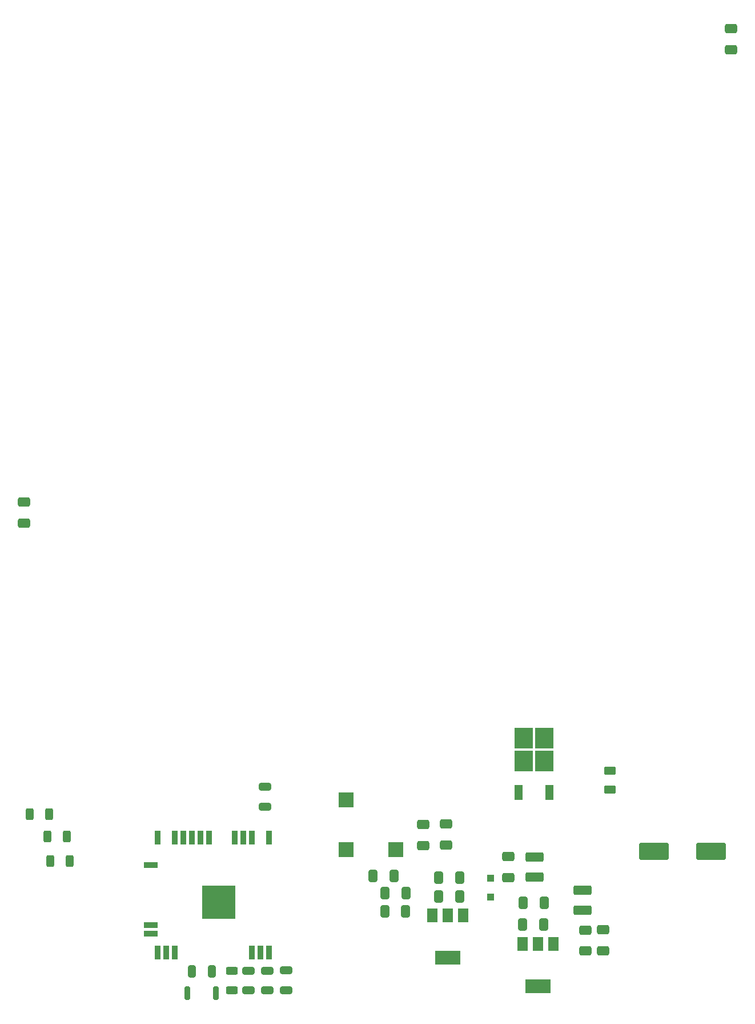
<source format=gbr>
%TF.GenerationSoftware,KiCad,Pcbnew,(6.0.0)*%
%TF.CreationDate,2022-06-08T16:09:46+02:00*%
%TF.ProjectId,HotPlate,486f7450-6c61-4746-952e-6b696361645f,1.0*%
%TF.SameCoordinates,Original*%
%TF.FileFunction,Paste,Bot*%
%TF.FilePolarity,Positive*%
%FSLAX46Y46*%
G04 Gerber Fmt 4.6, Leading zero omitted, Abs format (unit mm)*
G04 Created by KiCad (PCBNEW (6.0.0)) date 2022-06-08 16:09:46*
%MOMM*%
%LPD*%
G01*
G04 APERTURE LIST*
G04 Aperture macros list*
%AMRoundRect*
0 Rectangle with rounded corners*
0 $1 Rounding radius*
0 $2 $3 $4 $5 $6 $7 $8 $9 X,Y pos of 4 corners*
0 Add a 4 corners polygon primitive as box body*
4,1,4,$2,$3,$4,$5,$6,$7,$8,$9,$2,$3,0*
0 Add four circle primitives for the rounded corners*
1,1,$1+$1,$2,$3*
1,1,$1+$1,$4,$5*
1,1,$1+$1,$6,$7*
1,1,$1+$1,$8,$9*
0 Add four rect primitives between the rounded corners*
20,1,$1+$1,$2,$3,$4,$5,0*
20,1,$1+$1,$4,$5,$6,$7,0*
20,1,$1+$1,$6,$7,$8,$9,0*
20,1,$1+$1,$8,$9,$2,$3,0*%
G04 Aperture macros list end*
%ADD10RoundRect,0.250000X0.312500X0.625000X-0.312500X0.625000X-0.312500X-0.625000X0.312500X-0.625000X0*%
%ADD11RoundRect,0.250000X-0.412500X-0.650000X0.412500X-0.650000X0.412500X0.650000X-0.412500X0.650000X0*%
%ADD12RoundRect,0.250000X0.325000X0.650000X-0.325000X0.650000X-0.325000X-0.650000X0.325000X-0.650000X0*%
%ADD13R,2.750000X3.050000*%
%ADD14R,1.200000X2.200000*%
%ADD15RoundRect,0.250000X0.412500X0.650000X-0.412500X0.650000X-0.412500X-0.650000X0.412500X-0.650000X0*%
%ADD16RoundRect,0.200000X-0.200000X-0.800000X0.200000X-0.800000X0.200000X0.800000X-0.200000X0.800000X0*%
%ADD17RoundRect,0.250001X-1.074999X0.462499X-1.074999X-0.462499X1.074999X-0.462499X1.074999X0.462499X0*%
%ADD18RoundRect,0.250000X0.650000X-0.325000X0.650000X0.325000X-0.650000X0.325000X-0.650000X-0.325000X0*%
%ADD19R,1.500000X2.000000*%
%ADD20R,3.800000X2.000000*%
%ADD21RoundRect,0.250000X0.650000X-0.412500X0.650000X0.412500X-0.650000X0.412500X-0.650000X-0.412500X0*%
%ADD22RoundRect,0.250000X-0.650000X0.325000X-0.650000X-0.325000X0.650000X-0.325000X0.650000X0.325000X0*%
%ADD23R,1.100000X1.100000*%
%ADD24R,0.900000X2.000000*%
%ADD25R,2.000000X0.900000*%
%ADD26R,5.000000X5.000000*%
%ADD27RoundRect,0.250000X-0.650000X0.412500X-0.650000X-0.412500X0.650000X-0.412500X0.650000X0.412500X0*%
%ADD28RoundRect,0.250000X-1.950000X-1.000000X1.950000X-1.000000X1.950000X1.000000X-1.950000X1.000000X0*%
%ADD29RoundRect,0.250000X0.625000X-0.375000X0.625000X0.375000X-0.625000X0.375000X-0.625000X-0.375000X0*%
%ADD30RoundRect,0.250000X0.625000X-0.312500X0.625000X0.312500X-0.625000X0.312500X-0.625000X-0.312500X0*%
%ADD31R,2.195000X2.195000*%
G04 APERTURE END LIST*
D10*
%TO.C,LEDR1*%
X8575000Y-141470000D03*
X5650000Y-141470000D03*
%TD*%
D11*
%TO.C,LC1*%
X66337148Y-153642500D03*
X69462148Y-153642500D03*
%TD*%
D12*
%TO.C,ESP_RST_C1*%
X32659648Y-164780000D03*
X29709648Y-164780000D03*
%TD*%
D13*
%TO.C,UMW30N6*%
X81955000Y-133595000D03*
X78905000Y-130245000D03*
X81955000Y-130245000D03*
X78905000Y-133595000D03*
D14*
X82710000Y-138220000D03*
X78150000Y-138220000D03*
%TD*%
D11*
%TO.C,LC3*%
X66307148Y-150892500D03*
X69432148Y-150892500D03*
%TD*%
D15*
%TO.C,LC2*%
X61422500Y-155860000D03*
X58297500Y-155860000D03*
%TD*%
D16*
%TO.C,RST1*%
X29054648Y-167930000D03*
X33254648Y-167930000D03*
%TD*%
D17*
%TO.C,SMAJ18A1*%
X80500000Y-147785000D03*
X80500000Y-150760000D03*
%TD*%
%TO.C,D1*%
X87660000Y-152732500D03*
X87660000Y-155707500D03*
%TD*%
D18*
%TO.C,ESP_EN_C1*%
X38064648Y-167585000D03*
X38064648Y-164635000D03*
%TD*%
D19*
%TO.C,ZLDO1117-3.3*%
X65330000Y-156440000D03*
X67630000Y-156440000D03*
D20*
X67630000Y-162740000D03*
D19*
X69930000Y-156440000D03*
%TD*%
D21*
%TO.C,PR1*%
X67405000Y-146035000D03*
X67405000Y-142910000D03*
%TD*%
%TO.C,TC1*%
X4840000Y-98402500D03*
X4840000Y-95277500D03*
%TD*%
D22*
%TO.C,ESPC2*%
X40874648Y-164635000D03*
X40874648Y-167585000D03*
%TD*%
D10*
%TO.C,LEDR3*%
X11615000Y-148400000D03*
X8690000Y-148400000D03*
%TD*%
D22*
%TO.C,ESPC1*%
X43694648Y-164565000D03*
X43694648Y-167515000D03*
%TD*%
D23*
%TO.C,PD50*%
X73990000Y-153710000D03*
X73990000Y-150910000D03*
%TD*%
D19*
%TO.C,ZLDO1117-5.0*%
X78725352Y-160680000D03*
X81025352Y-160680000D03*
D20*
X81025352Y-166980000D03*
D19*
X83325352Y-160680000D03*
%TD*%
D24*
%TO.C,ESP32-WROOM32*%
X41175000Y-161970000D03*
X39905000Y-161970000D03*
X38635000Y-161970000D03*
X27205000Y-161970000D03*
X25935000Y-161970000D03*
X24665000Y-161970000D03*
D25*
X23665000Y-159185000D03*
X23665000Y-157915000D03*
X23665000Y-149025000D03*
D24*
X24665000Y-144970000D03*
X27205000Y-144970000D03*
X28475000Y-144970000D03*
X29745000Y-144970000D03*
X31015000Y-144970000D03*
X32285000Y-144970000D03*
X36095000Y-144970000D03*
X37365000Y-144970000D03*
X38635000Y-144970000D03*
X41175000Y-144970000D03*
D26*
X33675000Y-154470000D03*
%TD*%
D11*
%TO.C,LC7*%
X78797500Y-154610000D03*
X81922500Y-154610000D03*
%TD*%
%TO.C,LC5*%
X78782852Y-157830000D03*
X81907852Y-157830000D03*
%TD*%
D21*
%TO.C,PC2*%
X76624648Y-150852500D03*
X76624648Y-147727500D03*
%TD*%
D10*
%TO.C,LEDR2*%
X11205000Y-144780000D03*
X8280000Y-144780000D03*
%TD*%
D21*
%TO.C,PR2*%
X63995000Y-146115000D03*
X63995000Y-142990000D03*
%TD*%
D27*
%TO.C,TC2*%
X109670000Y-25137500D03*
X109670000Y-28262500D03*
%TD*%
D15*
%TO.C,LC4*%
X61492500Y-153120000D03*
X58367500Y-153120000D03*
%TD*%
D28*
%TO.C,PC1*%
X98247500Y-146970000D03*
X106647500Y-146970000D03*
%TD*%
D11*
%TO.C,HR1*%
X56587500Y-150650000D03*
X59712500Y-150650000D03*
%TD*%
D27*
%TO.C,LC6*%
X88030000Y-158617500D03*
X88030000Y-161742500D03*
%TD*%
D29*
%TO.C,5A1*%
X91710000Y-137870000D03*
X91710000Y-135070000D03*
%TD*%
D30*
%TO.C,ENR1*%
X35614648Y-167572500D03*
X35614648Y-164647500D03*
%TD*%
D31*
%TO.C,BUZZER1*%
X59974648Y-146750000D03*
X52574648Y-146750000D03*
X52574648Y-139350000D03*
%TD*%
D22*
%TO.C,ESPC4*%
X40534648Y-137445000D03*
X40534648Y-140395000D03*
%TD*%
D27*
%TO.C,LC8*%
X90680000Y-158597500D03*
X90680000Y-161722500D03*
%TD*%
M02*

</source>
